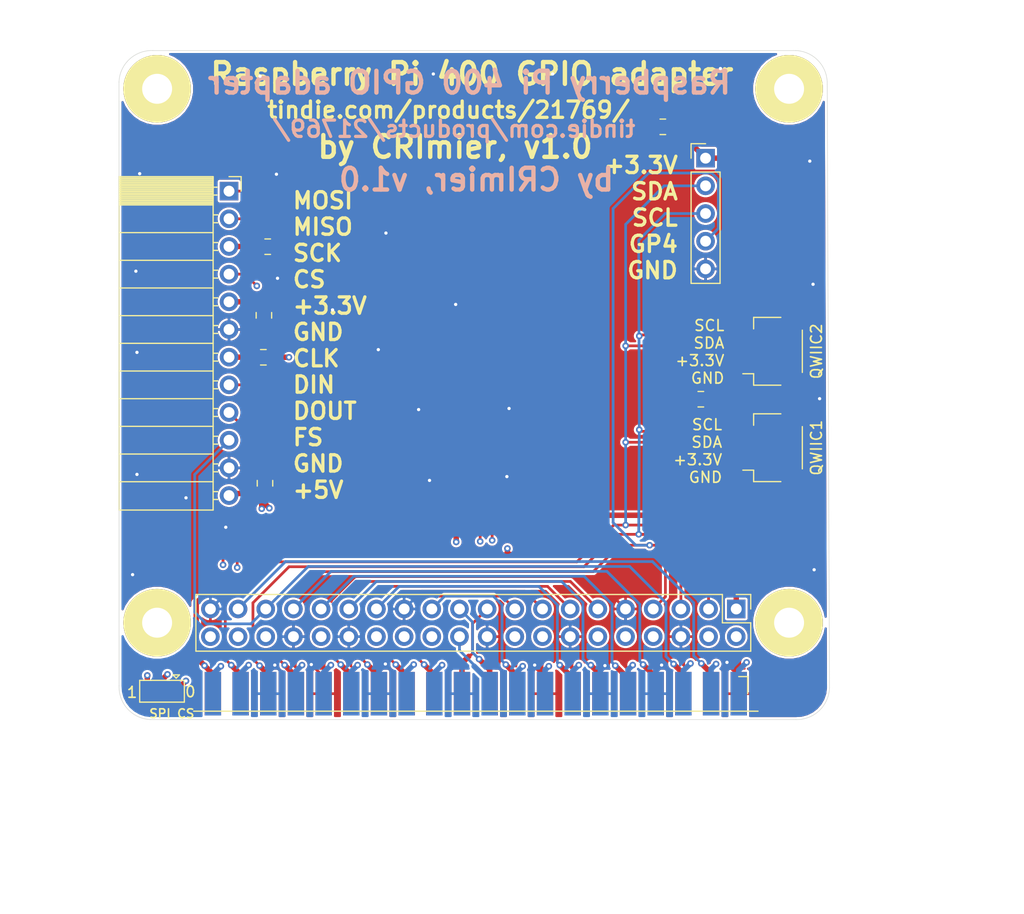
<source format=kicad_pcb>
(kicad_pcb (version 20171130) (host pcbnew 5.1.5+dfsg1-2build2)
  (layers (0 F.Cu signal) (1 In1.Cu signal) (2 In2.Cu signal) (31 B.Cu signal) (34 B.Paste user) (35 F.Paste user) (36 B.SilkS user) (37 F.SilkS user) (38 B.Mask user) (39 F.Mask user) (44 Edge.Cuts user))
  (net 0 "")
  (net 1 GND)
  (net 2 +3V3)
  (net 3 /SDA)
  (net 4 /SCL)
  (net 5 /GP4)
  (net 6 /PCM_DOUT)
  (net 7 /PCM_DIN)
  (net 8 "Net-(J2-Pad37)")
  (net 9 "Net-(J2-Pad36)")
  (net 10 /PCM_FS)
  (net 11 "Net-(J2-Pad33)")
  (net 12 "Net-(J2-Pad32)")
  (net 13 "Net-(J2-Pad31)")
  (net 14 "Net-(J2-Pad29)")
  (net 15 "Net-(J2-Pad28)")
  (net 16 "Net-(J2-Pad27)")
  (net 17 /CS1)
  (net 18 /CS0)
  (net 19 /SCK)
  (net 20 "Net-(J2-Pad22)")
  (net 21 /MISO)
  (net 22 /MOSI)
  (net 23 /PCM_CLK)
  (net 24 "Net-(J2-Pad16)")
  (net 25 "Net-(J2-Pad15)")
  (net 26 "Net-(J2-Pad13)")
  (net 27 "Net-(J2-Pad12)")
  (net 28 "Net-(J2-Pad11)")
  (net 29 "Net-(J2-Pad10)")
  (net 30 "Net-(J2-Pad8)")
  (net 31 +5V)
  (net 32 /CS)
  (net 33 "Net-(J3-Pad7)")
  (net 34 "Net-(J3-Pad3)")
  (module Resistor_SMD:R_0805_2012Metric (layer F.Cu) (at 143.55 93.75 180)
    (fp_text reference R2 hide)
    (fp_text value 47R)
    (pad 2 smd roundrect (at 0.9375 0 180) (size 0.975 1.4) (layers F.Cu F.Paste F.Mask) (net 33 "Net-(J3-Pad7)"))
    (pad 1 smd roundrect (at -0.9375 0 180) (size 0.975 1.4) (layers F.Cu F.Paste F.Mask) (net 23 /PCM_CLK))
  )
  (module Resistor_SMD:R_0805_2012Metric (layer F.Cu) (at 143.95 83.6 180)
    (fp_text reference R1 hide)
    (fp_text value 47R)
    (pad 2 smd roundrect (at 0.9375 0 180) (size 0.975 1.4) (layers F.Cu F.Paste F.Mask) (net 34 "Net-(J3-Pad3)"))
    (pad 1 smd roundrect (at -0.9375 0 180) (size 0.975 1.4) (layers F.Cu F.Paste F.Mask) (net 19 /SCK))
  )
  (module p:RASPBERRY_PI_HAT (layer F.Cu) (at 162.8 118.11 180)
    (fp_text reference J5 hide)
    (fp_text value Raspberry_Pi_2_3 hide)
    (pad "" np_thru_hole circle (at 29 49 180) (size 6.2 6.2) (drill 2.75) (layers *.Cu *.Mask F.SilkS))
    (pad "" np_thru_hole circle (at -29 49 180) (size 6.2 6.2) (drill 2.75) (layers *.Cu *.Mask F.SilkS))
    (pad "" np_thru_hole circle (at -29 0 180) (size 6.2 6.2) (drill 2.75) (layers *.Cu *.Mask F.SilkS))
    (pad "" np_thru_hole circle (at 29 0 180) (size 6.2 6.2) (drill 2.75) (layers *.Cu *.Mask F.SilkS))
  )
  (module pi_400_gpio_breakout:Side_2x20_Connector_SMD (layer F.Cu) (at 163.05 130.15 270)
    (fp_text reference J5 hide)
    (fp_text value RPI_IN)
    (pad 40 smd rect (at -5.525 -24.13 270) (size 4 1.5) (layers B.Cu B.Paste B.Mask) (net 6 /PCM_DOUT))
    (pad 38 smd rect (at -5.525 -21.59 270) (size 4 1.5) (layers B.Cu B.Paste B.Mask) (net 7 /PCM_DIN))
    (pad 36 smd rect (at -5.525 -19.05 270) (size 4 1.5) (layers B.Cu B.Paste B.Mask) (net 9 "Net-(J2-Pad36)"))
    (pad 34 smd rect (at -5.525 -16.51 270) (size 4 1.5) (layers B.Cu B.Paste B.Mask) (net 1 GND))
    (pad 32 smd rect (at -5.525 -13.97 270) (size 4 1.5) (layers B.Cu B.Paste B.Mask) (net 12 "Net-(J2-Pad32)"))
    (pad 30 smd rect (at -5.525 -11.43 270) (size 4 1.5) (layers B.Cu B.Paste B.Mask) (net 1 GND))
    (pad 28 smd rect (at -5.525 -8.89 270) (size 4 1.5) (layers B.Cu B.Paste B.Mask) (net 15 "Net-(J2-Pad28)"))
    (pad 26 smd rect (at -5.525 -6.35 270) (size 4 1.5) (layers B.Cu B.Paste B.Mask) (net 17 /CS1))
    (pad 24 smd rect (at -5.525 -3.81 270) (size 4 1.5) (layers B.Cu B.Paste B.Mask) (net 18 /CS0))
    (pad 22 smd rect (at -5.525 -1.27 270) (size 4 1.5) (layers B.Cu B.Paste B.Mask) (net 20 "Net-(J2-Pad22)"))
    (pad 20 smd rect (at -5.525 1.27 270) (size 4 1.5) (layers B.Cu B.Paste B.Mask) (net 1 GND))
    (pad 18 smd rect (at -5.525 3.81 270) (size 4 1.5) (layers B.Cu B.Paste B.Mask) (net 23 /PCM_CLK))
    (pad 16 smd rect (at -5.525 6.35 270) (size 4 1.5) (layers B.Cu B.Paste B.Mask) (net 24 "Net-(J2-Pad16)"))
    (pad 14 smd rect (at -5.525 8.89 270) (size 4 1.5) (layers B.Cu B.Paste B.Mask) (net 1 GND))
    (pad 12 smd rect (at -5.525 11.43 270) (size 4 1.5) (layers B.Cu B.Paste B.Mask) (net 27 "Net-(J2-Pad12)"))
    (pad 10 smd rect (at -5.525 13.97 270) (size 4 1.5) (layers B.Cu B.Paste B.Mask) (net 29 "Net-(J2-Pad10)"))
    (pad 8 smd rect (at -5.525 16.51 270) (size 4 1.5) (layers B.Cu B.Paste B.Mask) (net 30 "Net-(J2-Pad8)"))
    (pad 6 smd rect (at -5.525 19.05 270) (size 4 1.5) (layers B.Cu B.Paste B.Mask) (net 1 GND))
    (pad 4 smd rect (at -5.525 21.59 270) (size 4 1.5) (layers B.Cu B.Paste B.Mask) (net 31 +5V))
    (pad 2 smd rect (at -5.525 24.13 270) (size 4 1.5) (layers B.Cu B.Paste B.Mask) (net 31 +5V))
    (pad 39 smd rect (at -5.525 -24.13 270) (size 4 1.5) (layers F.Cu F.Paste F.Mask) (net 1 GND))
    (pad 37 smd rect (at -5.525 -21.59 270) (size 4 1.5) (layers F.Cu F.Paste F.Mask) (net 8 "Net-(J2-Pad37)"))
    (pad 35 smd rect (at -5.525 -19.05 270) (size 4 1.5) (layers F.Cu F.Paste F.Mask) (net 10 /PCM_FS))
    (pad 33 smd rect (at -5.525 -16.51 270) (size 4 1.5) (layers F.Cu F.Paste F.Mask) (net 11 "Net-(J2-Pad33)"))
    (pad 31 smd rect (at -5.525 -13.97 270) (size 4 1.5) (layers F.Cu F.Paste F.Mask) (net 13 "Net-(J2-Pad31)"))
    (pad 29 smd rect (at -5.525 -11.43 270) (size 4 1.5) (layers F.Cu F.Paste F.Mask) (net 14 "Net-(J2-Pad29)"))
    (pad 27 smd rect (at -5.525 -8.89 270) (size 4 1.5) (layers F.Cu F.Paste F.Mask) (net 16 "Net-(J2-Pad27)"))
    (pad 25 smd rect (at -5.525 -6.35 270) (size 4 1.5) (layers F.Cu F.Paste F.Mask) (net 1 GND))
    (pad 23 smd rect (at -5.525 -3.81 270) (size 4 1.5) (layers F.Cu F.Paste F.Mask) (net 19 /SCK))
    (pad 21 smd rect (at -5.525 -1.27 270) (size 4 1.5) (layers F.Cu F.Paste F.Mask) (net 21 /MISO))
    (pad 19 smd rect (at -5.525 1.27 270) (size 4 1.5) (layers F.Cu F.Paste F.Mask) (net 22 /MOSI))
    (pad 17 smd rect (at -5.525 3.81 270) (size 4 1.5) (layers F.Cu F.Paste F.Mask) (net 2 +3V3))
    (pad 15 smd rect (at -5.525 6.35 270) (size 4 1.5) (layers F.Cu F.Paste F.Mask) (net 25 "Net-(J2-Pad15)"))
    (pad 13 smd rect (at -5.525 8.89 270) (size 4 1.5) (layers F.Cu F.Paste F.Mask) (net 26 "Net-(J2-Pad13)"))
    (pad 11 smd rect (at -5.525 11.43 270) (size 4 1.5) (layers F.Cu F.Paste F.Mask) (net 28 "Net-(J2-Pad11)"))
    (pad 9 smd rect (at -5.525 13.97 270) (size 4 1.5) (layers F.Cu F.Paste F.Mask) (net 1 GND))
    (pad 7 smd rect (at -5.525 16.51 270) (size 4 1.5) (layers F.Cu F.Paste F.Mask) (net 5 /GP4))
    (pad 5 smd rect (at -5.525 19.05 270) (size 4 1.5) (layers F.Cu F.Paste F.Mask) (net 4 /SCL))
    (pad 3 smd rect (at -5.525 21.59 270) (size 4 1.5) (layers F.Cu F.Paste F.Mask) (net 3 /SDA))
    (pad 1 smd rect (at -5.525 24.13 270) (size 4 1.5) (layers F.Cu F.Paste F.Mask) (net 2 +3V3))
  )
  (module Capacitor_SMD:C_0805_2012Metric (layer F.Cu) (at 143.7 105.3125 90)
    (fp_text reference C4 hide)
    (fp_text value 100nF)
    (pad 2 smd roundrect (at 0.9375 0 90) (size 0.975 1.4) (layers F.Cu F.Paste F.Mask) (net 1 GND))
    (pad 1 smd roundrect (at -0.9375 0 90) (size 0.975 1.4) (layers F.Cu F.Paste F.Mask) (net 31 +5V))
  )
  (module Capacitor_SMD:C_0805_2012Metric (layer F.Cu) (at 183.7 97.6 180)
    (fp_text reference C3 hide)
    (fp_text value 100nF)
    (pad 2 smd roundrect (at 0.9375 0 180) (size 0.975 1.4) (layers F.Cu F.Paste F.Mask) (net 1 GND))
    (pad 1 smd roundrect (at -0.9375 0 180) (size 0.975 1.4) (layers F.Cu F.Paste F.Mask) (net 2 +3V3))
  )
  (module Capacitor_SMD:C_0805_2012Metric (layer F.Cu) (at 180.2125 72.6 180)
    (fp_text reference C2 hide)
    (fp_text value 100nF)
    (pad 2 smd roundrect (at 0.9375 0 180) (size 0.975 1.4) (layers F.Cu F.Paste F.Mask) (net 1 GND))
    (pad 1 smd roundrect (at -0.9375 0 180) (size 0.975 1.4) (layers F.Cu F.Paste F.Mask) (net 2 +3V3))
  )
  (module Capacitor_SMD:C_0805_2012Metric (layer F.Cu) (at 143.6 89.9 270)
    (fp_text reference C1 hide)
    (fp_text value 100nF)
    (pad 2 smd roundrect (at 0.9375 0 270) (size 0.975 1.4) (layers F.Cu F.Paste F.Mask) (net 1 GND))
    (pad 1 smd roundrect (at -0.9375 0 270) (size 0.975 1.4) (layers F.Cu F.Paste F.Mask) (net 2 +3V3))
  )
  (module Jumper:SolderJumper-3_P1.3mm_Open_Pad1.0x1.5mm (layer F.Cu) (at 134.25 124.4 180)
    (fp_text reference JP1 hide)
    (fp_text value "SPI CS" (at -0.9 -2.05) (layer F.SilkS) (effects (font (size 0.8 0.8))))
    (pad 1 smd rect (at -1.3 0 180) (size 1 1.5) (layers F.Cu F.Mask) (net 18 /CS0))
    (pad 2 smd rect (at 0 0 180) (size 1 1.5) (layers F.Cu F.Mask) (net 32 /CS))
    (pad 3 smd rect (at 1.3 0 180) (size 1 1.5) (layers F.Cu F.Mask) (net 17 /CS1))
  )
  (module Connector_JST:JST_SH_SM04B-SRSS-TB_1x04-1MP_P1.00mm_Horizontal (layer F.Cu) (at 190.33 93.2 90)
    (fp_text reference J6 hide)
    (fp_text value QWIIC2 (at 0 3.98 90) (layer F.SilkS))
    (pad MP smd roundrect (at 2.8 1.875 90) (size 1.2 1.8) (layers F.Cu F.Paste F.Mask) (roundrect_rratio 0.208333) (net 1 GND))
    (pad MP smd roundrect (at -2.8 1.875 90) (size 1.2 1.8) (layers F.Cu F.Paste F.Mask) (roundrect_rratio 0.208333) (net 1 GND))
    (pad 4 smd roundrect (at 1.5 -2 90) (size 0.6 1.55) (layers F.Cu F.Paste F.Mask) (net 4 /SCL))
    (pad 3 smd roundrect (at 0.5 -2 90) (size 0.6 1.55) (layers F.Cu F.Paste F.Mask) (net 3 /SDA))
    (pad 2 smd roundrect (at -0.5 -2 90) (size 0.6 1.55) (layers F.Cu F.Paste F.Mask) (net 2 +3V3))
    (pad 1 smd roundrect (at -1.5 -2 90) (size 0.6 1.55) (layers F.Cu F.Paste F.Mask) (net 1 GND))
  )
  (module Connector_JST:JST_SH_SM04B-SRSS-TB_1x04-1MP_P1.00mm_Horizontal (layer F.Cu) (at 190.33 102.05 90)
    (fp_text reference J4 hide)
    (fp_text value QWIIC1 (at 0 3.98 90) (layer F.SilkS))
    (pad MP smd roundrect (at 2.8 1.875 90) (size 1.2 1.8) (layers F.Cu F.Paste F.Mask) (roundrect_rratio 0.208333) (net 1 GND))
    (pad MP smd roundrect (at -2.8 1.875 90) (size 1.2 1.8) (layers F.Cu F.Paste F.Mask) (roundrect_rratio 0.208333) (net 1 GND))
    (pad 4 smd roundrect (at 1.5 -2 90) (size 0.6 1.55) (layers F.Cu F.Paste F.Mask) (net 4 /SCL))
    (pad 3 smd roundrect (at 0.5 -2 90) (size 0.6 1.55) (layers F.Cu F.Paste F.Mask) (net 3 /SDA))
    (pad 2 smd roundrect (at -0.5 -2 90) (size 0.6 1.55) (layers F.Cu F.Paste F.Mask) (net 2 +3V3))
    (pad 1 smd roundrect (at -1.5 -2 90) (size 0.6 1.55) (layers F.Cu F.Paste F.Mask) (net 1 GND))
  )
  (module Connector_PinSocket_2.54mm:PinSocket_1x12_P2.54mm_Horizontal (layer F.Cu) (at 140.4 78.5)
    (fp_text reference J3 hide)
    (fp_text value SPI_I2S)
    (pad 12 thru_hole oval (at 0 27.94) (size 1.7 1.7) (drill 1) (layers *.Cu *.Mask) (net 31 +5V))
    (pad 11 thru_hole oval (at 0 25.4) (size 1.7 1.7) (drill 1) (layers *.Cu *.Mask) (net 1 GND))
    (pad 10 thru_hole oval (at 0 22.86) (size 1.7 1.7) (drill 1) (layers *.Cu *.Mask) (net 10 /PCM_FS))
    (pad 9 thru_hole oval (at 0 20.32) (size 1.7 1.7) (drill 1) (layers *.Cu *.Mask) (net 6 /PCM_DOUT))
    (pad 8 thru_hole oval (at 0 17.78) (size 1.7 1.7) (drill 1) (layers *.Cu *.Mask) (net 7 /PCM_DIN))
    (pad 7 thru_hole oval (at 0 15.24) (size 1.7 1.7) (drill 1) (layers *.Cu *.Mask) (net 33 "Net-(J3-Pad7)"))
    (pad 6 thru_hole oval (at 0 12.7) (size 1.7 1.7) (drill 1) (layers *.Cu *.Mask) (net 1 GND))
    (pad 5 thru_hole oval (at 0 10.16) (size 1.7 1.7) (drill 1) (layers *.Cu *.Mask) (net 2 +3V3))
    (pad 4 thru_hole oval (at 0 7.62) (size 1.7 1.7) (drill 1) (layers *.Cu *.Mask) (net 32 /CS))
    (pad 3 thru_hole oval (at 0 5.08) (size 1.7 1.7) (drill 1) (layers *.Cu *.Mask) (net 34 "Net-(J3-Pad3)"))
    (pad 2 thru_hole oval (at 0 2.54) (size 1.7 1.7) (drill 1) (layers *.Cu *.Mask) (net 21 /MISO))
    (pad 1 thru_hole rect (at 0 0) (size 1.7 1.7) (drill 1) (layers *.Cu *.Mask) (net 22 /MOSI))
  )
  (module Connector_PinHeader_2.54mm:PinHeader_2x20_P2.54mm_Vertical (layer F.Cu) (at 186.95 116.85 270)
    (fp_text reference J2 (at 1.27 -2.33 90) (layer F.SilkS))
    (fp_text value RPI_IN)
    (pad 40 thru_hole oval (at 2.54 48.26 270) (size 1.7 1.7) (drill 1) (layers *.Cu *.Mask) (net 6 /PCM_DOUT))
    (pad 39 thru_hole oval (at 0 48.26 270) (size 1.7 1.7) (drill 1) (layers *.Cu *.Mask) (net 1 GND))
    (pad 38 thru_hole oval (at 2.54 45.72 270) (size 1.7 1.7) (drill 1) (layers *.Cu *.Mask) (net 7 /PCM_DIN))
    (pad 37 thru_hole oval (at 0 45.72 270) (size 1.7 1.7) (drill 1) (layers *.Cu *.Mask) (net 8 "Net-(J2-Pad37)"))
    (pad 36 thru_hole oval (at 2.54 43.18 270) (size 1.7 1.7) (drill 1) (layers *.Cu *.Mask) (net 9 "Net-(J2-Pad36)"))
    (pad 35 thru_hole oval (at 0 43.18 270) (size 1.7 1.7) (drill 1) (layers *.Cu *.Mask) (net 10 /PCM_FS))
    (pad 34 thru_hole oval (at 2.54 40.64 270) (size 1.7 1.7) (drill 1) (layers *.Cu *.Mask) (net 1 GND))
    (pad 33 thru_hole oval (at 0 40.64 270) (size 1.7 1.7) (drill 1) (layers *.Cu *.Mask) (net 11 "Net-(J2-Pad33)"))
    (pad 32 thru_hole oval (at 2.54 38.1 270) (size 1.7 1.7) (drill 1) (layers *.Cu *.Mask) (net 12 "Net-(J2-Pad32)"))
    (pad 31 thru_hole oval (at 0 38.1 270) (size 1.7 1.7) (drill 1) (layers *.Cu *.Mask) (net 13 "Net-(J2-Pad31)"))
    (pad 30 thru_hole oval (at 2.54 35.56 270) (size 1.7 1.7) (drill 1) (layers *.Cu *.Mask) (net 1 GND))
    (pad 29 thru_hole oval (at 0 35.56 270) (size 1.7 1.7) (drill 1) (layers *.Cu *.Mask) (net 14 "Net-(J2-Pad29)"))
    (pad 28 thru_hole oval (at 2.54 33.02 270) (size 1.7 1.7) (drill 1) (layers *.Cu *.Mask) (net 15 "Net-(J2-Pad28)"))
    (pad 27 thru_hole oval (at 0 33.02 270) (size 1.7 1.7) (drill 1) (layers *.Cu *.Mask) (net 16 "Net-(J2-Pad27)"))
    (pad 26 thru_hole oval (at 2.54 30.48 270) (size 1.7 1.7) (drill 1) (layers *.Cu *.Mask) (net 17 /CS1))
    (pad 25 thru_hole oval (at 0 30.48 270) (size 1.7 1.7) (drill 1) (layers *.Cu *.Mask) (net 1 GND))
    (pad 24 thru_hole oval (at 2.54 27.94 270) (size 1.7 1.7) (drill 1) (layers *.Cu *.Mask) (net 18 /CS0))
    (pad 23 thru_hole oval (at 0 27.94 270) (size 1.7 1.7) (drill 1) (layers *.Cu *.Mask) (net 19 /SCK))
    (pad 22 thru_hole oval (at 2.54 25.4 270) (size 1.7 1.7) (drill 1) (layers *.Cu *.Mask) (net 20 "Net-(J2-Pad22)"))
    (pad 21 thru_hole oval (at 0 25.4 270) (size 1.7 1.7) (drill 1) (layers *.Cu *.Mask) (net 21 /MISO))
    (pad 20 thru_hole oval (at 2.54 22.86 270) (size 1.7 1.7) (drill 1) (layers *.Cu *.Mask) (net 1 GND))
    (pad 19 thru_hole oval (at 0 22.86 270) (size 1.7 1.7) (drill 1) (layers *.Cu *.Mask) (net 22 /MOSI))
    (pad 18 thru_hole oval (at 2.54 20.32 270) (size 1.7 1.7) (drill 1) (layers *.Cu *.Mask) (net 23 /PCM_CLK))
    (pad 17 thru_hole oval (at 0 20.32 270) (size 1.7 1.7) (drill 1) (layers *.Cu *.Mask) (net 2 +3V3))
    (pad 16 thru_hole oval (at 2.54 17.78 270) (size 1.7 1.7) (drill 1) (layers *.Cu *.Mask) (net 24 "Net-(J2-Pad16)"))
    (pad 15 thru_hole oval (at 0 17.78 270) (size 1.7 1.7) (drill 1) (layers *.Cu *.Mask) (net 25 "Net-(J2-Pad15)"))
    (pad 14 thru_hole oval (at 2.54 15.24 270) (size 1.7 1.7) (drill 1) (layers *.Cu *.Mask) (net 1 GND))
    (pad 13 thru_hole oval (at 0 15.24 270) (size 1.7 1.7) (drill 1) (layers *.Cu *.Mask) (net 26 "Net-(J2-Pad13)"))
    (pad 12 thru_hole oval (at 2.54 12.7 270) (size 1.7 1.7) (drill 1) (layers *.Cu *.Mask) (net 27 "Net-(J2-Pad12)"))
    (pad 11 thru_hole oval (at 0 12.7 270) (size 1.7 1.7) (drill 1) (layers *.Cu *.Mask) (net 28 "Net-(J2-Pad11)"))
    (pad 10 thru_hole oval (at 2.54 10.16 270) (size 1.7 1.7) (drill 1) (layers *.Cu *.Mask) (net 29 "Net-(J2-Pad10)"))
    (pad 9 thru_hole oval (at 0 10.16 270) (size 1.7 1.7) (drill 1) (layers *.Cu *.Mask) (net 1 GND))
    (pad 8 thru_hole oval (at 2.54 7.62 270) (size 1.7 1.7) (drill 1) (layers *.Cu *.Mask) (net 30 "Net-(J2-Pad8)"))
    (pad 7 thru_hole oval (at 0 7.62 270) (size 1.7 1.7) (drill 1) (layers *.Cu *.Mask) (net 5 /GP4))
    (pad 6 thru_hole oval (at 2.54 5.08 270) (size 1.7 1.7) (drill 1) (layers *.Cu *.Mask) (net 1 GND))
    (pad 5 thru_hole oval (at 0 5.08 270) (size 1.7 1.7) (drill 1) (layers *.Cu *.Mask) (net 4 /SCL))
    (pad 4 thru_hole oval (at 2.54 2.54 270) (size 1.7 1.7) (drill 1) (layers *.Cu *.Mask) (net 31 +5V))
    (pad 3 thru_hole oval (at 0 2.54 270) (size 1.7 1.7) (drill 1) (layers *.Cu *.Mask) (net 3 /SDA))
    (pad 2 thru_hole oval (at 2.54 0 270) (size 1.7 1.7) (drill 1) (layers *.Cu *.Mask) (net 31 +5V))
    (pad 1 thru_hole rect (at 0 0 270) (size 1.7 1.7) (drill 1) (layers *.Cu *.Mask) (net 2 +3V3))
  )
  (module Connector_PinHeader_2.54mm:PinHeader_1x05_P2.54mm_Vertical (layer F.Cu) (at 184.1355 75.477)
    (fp_text reference J1 hide)
    (fp_text value I2C)
    (pad 1 thru_hole rect (at 0 0) (size 1.7 1.7) (drill 1) (layers *.Cu *.Mask) (net 2 +3V3))
    (pad 2 thru_hole oval (at 0 2.54) (size 1.7 1.7) (drill 1) (layers *.Cu *.Mask) (net 3 /SDA))
    (pad 3 thru_hole oval (at 0 5.08) (size 1.7 1.7) (drill 1) (layers *.Cu *.Mask) (net 4 /SCL))
    (pad 4 thru_hole oval (at 0 7.62) (size 1.7 1.7) (drill 1) (layers *.Cu *.Mask) (net 5 /GP4))
    (pad 5 thru_hole oval (at 0 10.16) (size 1.7 1.7) (drill 1) (layers *.Cu *.Mask) (net 1 GND))
  )
  (gr_text tindie.com/products/21769/ (at 161.05 72.8) (layer B.SilkS) (effects (font (size 1.5 1.5) (thickness 0.3)) (justify mirror)))
  (gr_text tindie.com/products/21769/ (at 160.55 71.05) (layer F.SilkS) (effects (font (size 1.5 1.5) (thickness 0.3))))
  (gr_text "Raspberry Pi 400 GPIO adapter" (at 162.45 68.55) (layer B.SilkS) (effects (font (size 2 2) (thickness 0.4)) (justify mirror)))
  (gr_text 0 (at 136.85 124.45) (layer F.SilkS) (effects (font (size 1 1))))
  (gr_text 1 (at 131.5 124.5) (layer F.SilkS) (effects (font (size 1 1))))
  (gr_text "SCL\nSDA\n+3.3V\nGND" (at 185.75 102.35) (layer F.SilkS) (effects (font (size 1 1)) (justify right)))
  (gr_text "SCL\nSDA\n+3.3V\nGND" (at 185.95 93.25) (layer F.SilkS) (effects (font (size 1 1)) (justify right)))
  (gr_text "Raspberry Pi 400 GPIO adapter" (at 162.7 67.75) (layer F.SilkS) (effects (font (size 2 2) (thickness 0.4))))
  (gr_text "MOSI\nMISO\nSCK\nCS\n+3.3V\nGND\nCLK\nDIN\nDOUT\nFS\nGND\n+5V" (at 146.1 92.65) (layer F.SilkS) (effects (font (size 1.5 1.5) (thickness 0.3)) (justify left)))
  (gr_arc (start 192.507135 124.000001) (end 192.407134 127) (angle -89.86378341) (layer Edge.Cuts) (width 0.05))
  (gr_arc (start 192.300001 68.599999) (end 195.3 68.7) (angle -89.86378341) (layer Edge.Cuts) (width 0.05))
  (gr_text "+3.3V\nSDA\nSCL\nGP4\nGND" (at 181.75 80.95) (layer F.SilkS) (effects (font (size 1.5 1.5) (thickness 0.3)) (justify right)))
  (gr_text "by CRImier, v1.0" (at 163.1 77.45) (layer B.SilkS) (effects (font (size 2 2) (thickness 0.4)) (justify mirror)))
  (gr_text "by CRImier, v1.0" (at 161.15 74.45) (layer F.SilkS) (effects (font (size 2 2) (thickness 0.4))))
  (gr_line (start 130.307134 123.9) (end 130.300246 68.492867) (layer Edge.Cuts) (width 0.05))
  (gr_line (start 192.407134 127) (end 133.2 127) (layer Edge.Cuts) (width 0.05))
  (gr_line (start 195.506888 124.107134) (end 195.3 68.7) (layer Edge.Cuts) (width 0.05))
  (gr_arc (start 133.307133 124.000001) (end 130.307134 123.9) (angle -89.86378341) (layer Edge.Cuts) (width 0.05))
  (gr_arc (start 133.299999 68.6) (end 133.4 65.600001) (angle -89.86378341) (layer Edge.Cuts) (width 0.05))
  (gr_line (start 133.400001 65.600001) (end 192.407134 65.600246) (layer Edge.Cuts) (width 0.05))
  (via (at 147.95 121.95) (size 0.6) (drill 0.3) (layers F.Cu B.Cu) (net 1))
  (segment (start 149.08 123.08) (end 147.95 121.95) (width 0.25) (layer F.Cu) (net 1))
  (segment (start 149.08 124.625) (end 149.08 123.08) (width 0.25) (layer F.Cu) (net 1))
  (via (at 168.45 122) (size 0.6) (drill 0.3) (layers F.Cu B.Cu) (net 1))
  (via (at 186.1 121.75) (size 0.6) (drill 0.3) (layers F.Cu B.Cu) (net 1))
  (via (at 144.6 122) (size 0.6) (drill 0.3) (layers F.Cu B.Cu) (net 1))
  (segment (start 144 122.6) (end 144.6 122) (width 0.5) (layer B.Cu) (net 1))
  (segment (start 144 124.625) (end 144 122.6) (width 0.5) (layer B.Cu) (net 1))
  (via (at 154.75 121.9) (size 0.6) (drill 0.3) (layers F.Cu B.Cu) (net 1))
  (segment (start 154.16 122.49) (end 154.75 121.9) (width 0.5) (layer B.Cu) (net 1))
  (segment (start 154.16 124.625) (end 154.16 122.49) (width 0.5) (layer B.Cu) (net 1))
  (via (at 180.1 122) (size 0.6) (drill 0.3) (layers F.Cu B.Cu) (net 1))
  (segment (start 179.56 122.54) (end 180.1 122) (width 0.5) (layer B.Cu) (net 1))
  (segment (start 179.56 124.625) (end 179.56 122.54) (width 0.5) (layer B.Cu) (net 1))
  (segment (start 169.4 122.95) (end 168.45 122) (width 0.5) (layer F.Cu) (net 1))
  (segment (start 169.4 124.625) (end 169.4 122.95) (width 0.5) (layer F.Cu) (net 1))
  (via (at 174.9 122.05) (size 0.6) (drill 0.3) (layers F.Cu B.Cu) (net 1))
  (segment (start 174.48 122.47) (end 174.9 122.05) (width 0.5) (layer B.Cu) (net 1))
  (segment (start 174.48 124.625) (end 174.48 122.47) (width 0.5) (layer B.Cu) (net 1))
  (segment (start 187.18 122.83) (end 186.1 121.75) (width 0.5) (layer F.Cu) (net 1))
  (segment (start 187.18 124.625) (end 187.18 122.83) (width 0.5) (layer F.Cu) (net 1))
  (segment (start 175.940001 116.000001) (end 176.79 116.85) (width 0.25) (layer F.Cu) (net 1))
  (segment (start 173.814961 113.874961) (end 175.940001 116.000001) (width 0.25) (layer F.Cu) (net 1))
  (segment (start 150.086037 113.874961) (end 173.814961 113.874961) (width 0.25) (layer F.Cu) (net 1))
  (segment (start 147.650001 116.310997) (end 150.086037 113.874961) (width 0.25) (layer F.Cu) (net 1))
  (segment (start 147.650001 121.650001) (end 147.650001 116.310997) (width 0.25) (layer F.Cu) (net 1))
  (segment (start 147.95 121.95) (end 147.650001 121.650001) (width 0.25) (layer F.Cu) (net 1))
  (segment (start 139.539999 116.000001) (end 138.69 116.85) (width 0.25) (layer B.Cu) (net 1))
  (segment (start 143.490039 112.049961) (end 139.539999 116.000001) (width 0.25) (layer B.Cu) (net 1))
  (segment (start 181.348963 112.049961) (end 143.490039 112.049961) (width 0.25) (layer B.Cu) (net 1))
  (segment (start 185.774999 116.475997) (end 181.348963 112.049961) (width 0.25) (layer B.Cu) (net 1))
  (segment (start 185.774999 121.424999) (end 185.774999 116.475997) (width 0.25) (layer B.Cu) (net 1))
  (segment (start 186.1 121.75) (end 185.774999 121.424999) (width 0.25) (layer B.Cu) (net 1))
  (via (at 131.55 113.7) (size 0.6) (drill 0.3) (layers F.Cu B.Cu) (net 1))
  (via (at 131.95 104.5) (size 0.6) (drill 0.3) (layers F.Cu B.Cu) (net 1))
  (via (at 131.95 93.3) (size 0.6) (drill 0.3) (layers F.Cu B.Cu) (net 1))
  (via (at 131.85 85.85) (size 0.6) (drill 0.3) (layers F.Cu B.Cu) (net 1))
  (via (at 132.2 76.9) (size 0.6) (drill 0.3) (layers F.Cu B.Cu) (net 1))
  (via (at 144.75 76.95) (size 0.6) (drill 0.3) (layers F.Cu B.Cu) (net 1))
  (via (at 154.8 82.35) (size 0.6) (drill 0.3) (layers F.Cu B.Cu) (net 1))
  (via (at 161.2 88.9) (size 0.6) (drill 0.3) (layers F.Cu B.Cu) (net 1))
  (via (at 166.1 98.45) (size 0.6) (drill 0.3) (layers F.Cu B.Cu) (net 1))
  (via (at 165.9 104.7) (size 0.6) (drill 0.3) (layers F.Cu B.Cu) (net 1))
  (via (at 158.8 105.05) (size 0.6) (drill 0.3) (layers F.Cu B.Cu) (net 1))
  (via (at 157.8 98.55) (size 0.6) (drill 0.3) (layers F.Cu B.Cu) (net 1))
  (via (at 154.1 93.05) (size 0.6) (drill 0.3) (layers F.Cu B.Cu) (net 1))
  (via (at 149.9 89.4) (size 0.6) (drill 0.3) (layers F.Cu B.Cu) (net 1))
  (via (at 144.85 86.5) (size 0.6) (drill 0.3) (layers F.Cu B.Cu) (net 1))
  (via (at 140.1 109.35) (size 0.6) (drill 0.3) (layers F.Cu B.Cu) (net 1))
  (via (at 136.45 106.65) (size 0.6) (drill 0.3) (layers F.Cu B.Cu) (net 1))
  (via (at 194.1 113.25) (size 0.6) (drill 0.3) (layers F.Cu B.Cu) (net 1))
  (via (at 194.6 97.55) (size 0.6) (drill 0.3) (layers F.Cu B.Cu) (net 1))
  (via (at 194 87.05) (size 0.6) (drill 0.3) (layers F.Cu B.Cu) (net 1))
  (via (at 193.7 75.75) (size 0.6) (drill 0.3) (layers F.Cu B.Cu) (net 1))
  (via (at 185.5 67.25) (size 0.6) (drill 0.3) (layers F.Cu B.Cu) (net 1))
  (via (at 170.1 67.75) (size 0.6) (drill 0.3) (layers F.Cu B.Cu) (net 1))
  (via (at 159.15 67.75) (size 0.6) (drill 0.3) (layers F.Cu B.Cu) (net 1))
  (via (at 143.25 67.95) (size 0.6) (drill 0.3) (layers F.Cu B.Cu) (net 1))
  (segment (start 167.805001 121.355001) (end 168.45 122) (width 0.25) (layer B.Cu) (net 1))
  (segment (start 166.743991 115.224989) (end 167.805001 116.285999) (width 0.25) (layer B.Cu) (net 1))
  (segment (start 167.805001 116.285999) (end 167.805001 121.355001) (width 0.25) (layer B.Cu) (net 1))
  (segment (start 158.095011 115.224989) (end 166.743991 115.224989) (width 0.25) (layer B.Cu) (net 1))
  (segment (start 156.47 116.85) (end 158.095011 115.224989) (width 0.25) (layer B.Cu) (net 1))
  (via (at 158.3 121.95) (size 0.6) (drill 0.3) (layers F.Cu B.Cu) (net 2))
  (via (at 138.15 122.05) (size 0.6) (drill 0.3) (layers F.Cu B.Cu) (net 2))
  (segment (start 138.92 122.82) (end 138.15 122.05) (width 0.5) (layer F.Cu) (net 2))
  (segment (start 138.92 124.625) (end 138.92 122.82) (width 0.5) (layer F.Cu) (net 2))
  (segment (start 159.24 122.89) (end 158.3 121.95) (width 0.5) (layer F.Cu) (net 2))
  (segment (start 159.24 124.625) (end 159.24 122.89) (width 0.5) (layer F.Cu) (net 2))
  (segment (start 165.780001 116.000001) (end 166.63 116.85) (width 0.25) (layer F.Cu) (net 2))
  (segment (start 165.454999 115.674999) (end 165.780001 116.000001) (width 0.25) (layer F.Cu) (net 2))
  (segment (start 158.445999 115.674999) (end 165.454999 115.674999) (width 0.25) (layer F.Cu) (net 2))
  (segment (start 157.834999 116.285999) (end 158.445999 115.674999) (width 0.25) (layer F.Cu) (net 2))
  (segment (start 157.834999 121.484999) (end 157.834999 116.285999) (width 0.25) (layer F.Cu) (net 2))
  (segment (start 158.3 121.95) (end 157.834999 121.484999) (width 0.25) (layer F.Cu) (net 2))
  (segment (start 186.95 114) (end 186.95 116.85) (width 0.5) (layer F.Cu) (net 2))
  (segment (start 181.2 108.25) (end 186.95 114) (width 0.5) (layer F.Cu) (net 2))
  (segment (start 188.33 102.55) (end 181.15 102.55) (width 0.5) (layer F.Cu) (net 2))
  (segment (start 179.95 103.75) (end 179.95 108.25) (width 0.5) (layer F.Cu) (net 2))
  (segment (start 181.15 102.55) (end 179.95 103.75) (width 0.5) (layer F.Cu) (net 2))
  (segment (start 179.95 108.25) (end 181.2 108.25) (width 0.5) (layer F.Cu) (net 2))
  (segment (start 189.105 102.55) (end 190.2 101.455) (width 0.5) (layer F.Cu) (net 2))
  (segment (start 188.33 102.55) (end 189.105 102.55) (width 0.5) (layer F.Cu) (net 2))
  (segment (start 185.677 75.477) (end 184.1355 75.477) (width 0.5) (layer F.Cu) (net 2))
  (segment (start 190.2 80) (end 185.677 75.477) (width 0.5) (layer F.Cu) (net 2))
  (segment (start 171.4 111.85) (end 175 108.25) (width 0.5) (layer F.Cu) (net 2))
  (segment (start 140.602812 114.925) (end 143.677812 111.85) (width 0.5) (layer F.Cu) (net 2))
  (segment (start 138.775 114.925) (end 140.602812 114.925) (width 0.5) (layer F.Cu) (net 2))
  (segment (start 137.389999 116.310001) (end 138.775 114.925) (width 0.5) (layer F.Cu) (net 2))
  (segment (start 175 108.25) (end 179.95 108.25) (width 0.5) (layer F.Cu) (net 2))
  (segment (start 137.389999 121.289999) (end 137.389999 116.310001) (width 0.5) (layer F.Cu) (net 2))
  (segment (start 138.15 122.05) (end 137.389999 121.289999) (width 0.5) (layer F.Cu) (net 2))
  (segment (start 190.1 97.6) (end 184.6375 97.6) (width 0.5) (layer F.Cu) (net 2))
  (segment (start 190.2 97.5) (end 190.1 97.6) (width 0.5) (layer F.Cu) (net 2))
  (segment (start 190.2 101.455) (end 190.2 97.5) (width 0.5) (layer F.Cu) (net 2))
  (via (at 165.95 111.3) (size 0.6) (drill 0.3) (layers F.Cu B.Cu) (net 2))
  (segment (start 165.95 111.3) (end 165.95 111.85) (width 0.5) (layer F.Cu) (net 2))
  (segment (start 165.95 111.85) (end 171.4 111.85) (width 0.5) (layer F.Cu) (net 2))
  (segment (start 181.2585 72.6) (end 184.1355 75.477) (width 0.5) (layer F.Cu) (net 2))
  (segment (start 181.15 72.6) (end 181.2585 72.6) (width 0.5) (layer F.Cu) (net 2))
  (segment (start 143.2975 88.66) (end 143.6 88.9625) (width 0.5) (layer F.Cu) (net 2))
  (segment (start 140.4 88.66) (end 143.2975 88.66) (width 0.5) (layer F.Cu) (net 2))
  (segment (start 143.677812 111.85) (end 150.2 111.85) (width 0.5) (layer F.Cu) (net 2))
  (segment (start 150.2 93.4) (end 150.2 111.85) (width 0.5) (layer F.Cu) (net 2))
  (segment (start 145.7625 88.9625) (end 150.2 93.4) (width 0.5) (layer F.Cu) (net 2))
  (segment (start 143.6 88.9625) (end 145.7625 88.9625) (width 0.5) (layer F.Cu) (net 2))
  (segment (start 165.9 111.9) (end 165.95 111.85) (width 0.5) (layer F.Cu) (net 2))
  (segment (start 150.25 111.9) (end 165.9 111.9) (width 0.5) (layer F.Cu) (net 2))
  (segment (start 150.2 111.85) (end 150.25 111.9) (width 0.5) (layer F.Cu) (net 2))
  (segment (start 190.05 93.7) (end 190.15 93.6) (width 0.5) (layer F.Cu) (net 2))
  (segment (start 188.33 93.7) (end 190.05 93.7) (width 0.5) (layer F.Cu) (net 2))
  (segment (start 190.15 93.6) (end 190.2 80) (width 0.5) (layer F.Cu) (net 2))
  (segment (start 190.2 97.5) (end 190.15 93.6) (width 0.5) (layer F.Cu) (net 2))
  (segment (start 141.46 124.625) (end 141.46 122.76) (width 0.25) (layer F.Cu) (net 3))
  (via (at 140.6 122) (size 0.6) (drill 0.3) (layers F.Cu B.Cu) (net 3))
  (segment (start 141.46 122.86) (end 140.6 122) (width 0.5) (layer F.Cu) (net 3))
  (segment (start 141.46 124.625) (end 141.46 122.86) (width 0.5) (layer F.Cu) (net 3))
  (segment (start 184.41 113.21) (end 184.41 116.85) (width 0.25) (layer F.Cu) (net 3))
  (segment (start 172.325067 112.524933) (end 175.7 109.15) (width 0.25) (layer F.Cu) (net 3))
  (segment (start 143.816065 112.524933) (end 172.325067 112.524933) (width 0.25) (layer F.Cu) (net 3))
  (segment (start 140.054999 116.285999) (end 143.816065 112.524933) (width 0.25) (layer F.Cu) (net 3))
  (segment (start 180.35 109.15) (end 184.41 113.21) (width 0.25) (layer F.Cu) (net 3))
  (segment (start 140.054999 121.454999) (end 140.054999 116.285999) (width 0.25) (layer F.Cu) (net 3))
  (segment (start 140.6 122) (end 140.054999 121.454999) (width 0.25) (layer F.Cu) (net 3))
  (via (at 176.8 109.15) (size 0.6) (drill 0.3) (layers F.Cu B.Cu) (net 3))
  (segment (start 177 109.15) (end 176.8 109.15) (width 0.25) (layer F.Cu) (net 3))
  (segment (start 175.7 109.15) (end 177 109.15) (width 0.25) (layer F.Cu) (net 3))
  (segment (start 177 109.15) (end 180.35 109.15) (width 0.25) (layer F.Cu) (net 3))
  (segment (start 180.333 78.017) (end 184.1355 78.017) (width 0.25) (layer B.Cu) (net 3))
  (segment (start 176.8 81.55) (end 180.333 78.017) (width 0.25) (layer B.Cu) (net 3))
  (via (at 176.8 101.55) (size 0.6) (drill 0.3) (layers F.Cu B.Cu) (net 3))
  (segment (start 188.33 101.55) (end 176.8 101.55) (width 0.25) (layer F.Cu) (net 3))
  (segment (start 176.8 109.15) (end 176.8 101.55) (width 0.25) (layer B.Cu) (net 3))
  (via (at 176.8 92.7) (size 0.6) (drill 0.3) (layers F.Cu B.Cu) (net 3))
  (segment (start 188.33 92.7) (end 176.8 92.7) (width 0.25) (layer F.Cu) (net 3))
  (segment (start 176.8 92.7) (end 176.8 81.55) (width 0.25) (layer B.Cu) (net 3))
  (segment (start 176.8 101.55) (end 176.8 92.7) (width 0.25) (layer B.Cu) (net 3))
  (via (at 143.2 122.05) (size 0.6) (drill 0.3) (layers F.Cu B.Cu) (net 4))
  (segment (start 144 122.85) (end 143.2 122.05) (width 0.5) (layer F.Cu) (net 4))
  (segment (start 144 124.625) (end 144 122.85) (width 0.5) (layer F.Cu) (net 4))
  (segment (start 179.85 110) (end 181.87 112.02) (width 0.25) (layer F.Cu) (net 4))
  (segment (start 172.975057 112.974943) (end 175.95 110) (width 0.25) (layer F.Cu) (net 4))
  (segment (start 145.906055 112.974943) (end 172.975057 112.974943) (width 0.25) (layer F.Cu) (net 4))
  (segment (start 181.87 112.02) (end 181.87 116.85) (width 0.25) (layer F.Cu) (net 4))
  (segment (start 142.594999 116.285999) (end 145.906055 112.974943) (width 0.25) (layer F.Cu) (net 4))
  (segment (start 142.594999 121.444999) (end 142.594999 116.285999) (width 0.25) (layer F.Cu) (net 4))
  (segment (start 143.2 122.05) (end 142.594999 121.444999) (width 0.25) (layer F.Cu) (net 4))
  (via (at 178 110) (size 0.6) (drill 0.3) (layers F.Cu B.Cu) (net 4))
  (segment (start 178.4 110) (end 178 110) (width 0.25) (layer F.Cu) (net 4))
  (segment (start 175.95 110) (end 178.4 110) (width 0.25) (layer F.Cu) (net 4))
  (segment (start 178.4 110) (end 179.85 110) (width 0.25) (layer F.Cu) (net 4))
  (segment (start 180.443 80.557) (end 184.1355 80.557) (width 0.25) (layer B.Cu) (net 4))
  (segment (start 178 83) (end 180.443 80.557) (width 0.25) (layer B.Cu) (net 4))
  (via (at 178.05 100.4) (size 0.6) (drill 0.3) (layers F.Cu B.Cu) (net 4))
  (segment (start 188.33 100.55) (end 178.2 100.55) (width 0.25) (layer F.Cu) (net 4))
  (segment (start 178.2 100.55) (end 178.05 100.4) (width 0.25) (layer F.Cu) (net 4))
  (segment (start 178 110) (end 178.05 100.4) (width 0.25) (layer B.Cu) (net 4))
  (via (at 178.05 91.8) (size 0.6) (drill 0.3) (layers F.Cu B.Cu) (net 4))
  (segment (start 178.025359 91.824641) (end 178.05 91.8) (width 0.25) (layer B.Cu) (net 4))
  (segment (start 178.05 100.4) (end 178.025359 91.824641) (width 0.25) (layer B.Cu) (net 4))
  (segment (start 178.025359 91.824641) (end 178 83) (width 0.25) (layer B.Cu) (net 4))
  (segment (start 178.15 91.7) (end 178.05 91.8) (width 0.25) (layer F.Cu) (net 4))
  (segment (start 188.33 91.7) (end 178.15 91.7) (width 0.25) (layer F.Cu) (net 4))
  (via (at 145.5 122) (size 0.6) (drill 0.3) (layers F.Cu B.Cu) (net 5))
  (segment (start 146.54 123.04) (end 145.5 122) (width 0.5) (layer F.Cu) (net 5))
  (segment (start 146.54 124.625) (end 146.54 123.04) (width 0.5) (layer F.Cu) (net 5))
  (segment (start 180.45 115.73) (end 179.33 116.85) (width 0.25) (layer F.Cu) (net 5))
  (segment (start 180.45 111.8) (end 180.45 115.73) (width 0.25) (layer F.Cu) (net 5))
  (segment (start 179.65 111) (end 180.45 111.8) (width 0.25) (layer F.Cu) (net 5))
  (segment (start 173.825048 113.424952) (end 176.25 111) (width 0.25) (layer F.Cu) (net 5))
  (segment (start 145.134999 121.634999) (end 145.134999 116.285999) (width 0.25) (layer F.Cu) (net 5))
  (segment (start 147.996046 113.424952) (end 173.825048 113.424952) (width 0.25) (layer F.Cu) (net 5))
  (segment (start 145.134999 116.285999) (end 147.996046 113.424952) (width 0.25) (layer F.Cu) (net 5))
  (segment (start 145.5 122) (end 145.134999 121.634999) (width 0.25) (layer F.Cu) (net 5))
  (via (at 179 111) (size 0.6) (drill 0.3) (layers F.Cu B.Cu) (net 5))
  (segment (start 178.95 111) (end 179 111) (width 0.25) (layer F.Cu) (net 5))
  (segment (start 176.25 111) (end 178.95 111) (width 0.25) (layer F.Cu) (net 5))
  (segment (start 178.95 111) (end 179.65 111) (width 0.25) (layer F.Cu) (net 5))
  (segment (start 177.724998 111) (end 175.65 108.925002) (width 0.25) (layer B.Cu) (net 5))
  (segment (start 179 111) (end 177.724998 111) (width 0.25) (layer B.Cu) (net 5))
  (segment (start 175.65 108.925002) (end 175.65 80.1) (width 0.25) (layer B.Cu) (net 5))
  (segment (start 185.310501 77.452999) (end 185.310501 81.921999) (width 0.25) (layer B.Cu) (net 5))
  (segment (start 184.699501 76.841999) (end 185.310501 77.452999) (width 0.25) (layer B.Cu) (net 5))
  (segment (start 178.908001 76.841999) (end 184.699501 76.841999) (width 0.25) (layer B.Cu) (net 5))
  (segment (start 184.985499 82.247001) (end 184.1355 83.097) (width 0.25) (layer B.Cu) (net 5))
  (segment (start 185.310501 81.921999) (end 184.985499 82.247001) (width 0.25) (layer B.Cu) (net 5))
  (segment (start 175.65 80.1) (end 178.908001 76.841999) (width 0.25) (layer B.Cu) (net 5))
  (segment (start 187.18 122.47) (end 187.9 121.75) (width 0.5) (layer B.Cu) (net 6))
  (via (at 187.9 121.75) (size 0.6) (drill 0.3) (layers F.Cu B.Cu) (net 6))
  (segment (start 187.18 124.625) (end 187.18 122.47) (width 0.5) (layer B.Cu) (net 6))
  (segment (start 145 108.45) (end 143.05 108.45) (width 0.25) (layer F.Cu) (net 6))
  (via (at 139.85 112.8) (size 0.6) (drill 0.3) (layers F.Cu B.Cu) (net 6))
  (segment (start 139.85 111.65) (end 139.85 112.375736) (width 0.25) (layer F.Cu) (net 6))
  (segment (start 139.85 112.375736) (end 139.85 112.8) (width 0.25) (layer F.Cu) (net 6))
  (segment (start 145.9 104.32) (end 145.9 107.55) (width 0.25) (layer F.Cu) (net 6))
  (segment (start 145.9 107.55) (end 145 108.45) (width 0.25) (layer F.Cu) (net 6))
  (segment (start 140.4 98.82) (end 145.9 104.32) (width 0.25) (layer F.Cu) (net 6))
  (segment (start 143.05 108.45) (end 139.85 111.65) (width 0.25) (layer F.Cu) (net 6))
  (via (at 185.1 121.9) (size 0.6) (drill 0.3) (layers F.Cu B.Cu) (net 7))
  (segment (start 184.64 122.36) (end 185.1 121.9) (width 0.5) (layer B.Cu) (net 7))
  (segment (start 184.64 124.625) (end 184.64 122.36) (width 0.5) (layer B.Cu) (net 7))
  (via (at 141.15 113.05) (size 0.6) (drill 0.3) (layers F.Cu B.Cu) (net 7))
  (segment (start 141.15 113.05) (end 141.15 111.6) (width 0.25) (layer F.Cu) (net 7))
  (segment (start 141.15 111.6) (end 143.25 109.5) (width 0.25) (layer F.Cu) (net 7))
  (segment (start 143.25 109.5) (end 145.7 109.5) (width 0.25) (layer F.Cu) (net 7))
  (segment (start 145.7 109.5) (end 146.9 108.3) (width 0.25) (layer F.Cu) (net 7))
  (segment (start 146.9 108.3) (end 146.9 99.45) (width 0.25) (layer F.Cu) (net 7))
  (segment (start 143.73 96.28) (end 140.4 96.28) (width 0.25) (layer F.Cu) (net 7))
  (segment (start 146.9 99.45) (end 143.73 96.28) (width 0.25) (layer F.Cu) (net 7))
  (via (at 183.75 121.85) (size 0.6) (drill 0.3) (layers F.Cu B.Cu) (net 8))
  (segment (start 184.64 122.74) (end 183.75 121.85) (width 0.5) (layer F.Cu) (net 8))
  (segment (start 184.64 124.625) (end 184.64 122.74) (width 0.5) (layer F.Cu) (net 8))
  (segment (start 183.045001 116.285999) (end 179.258972 112.49997) (width 0.25) (layer B.Cu) (net 8))
  (segment (start 183.045001 121.145001) (end 183.045001 116.285999) (width 0.25) (layer B.Cu) (net 8))
  (segment (start 183.75 121.85) (end 183.045001 121.145001) (width 0.25) (layer B.Cu) (net 8))
  (segment (start 145.58003 112.49997) (end 141.23 116.85) (width 0.25) (layer B.Cu) (net 8))
  (segment (start 179.258972 112.49997) (end 145.58003 112.49997) (width 0.25) (layer B.Cu) (net 8))
  (via (at 182.75 121.85) (size 0.6) (drill 0.3) (layers F.Cu B.Cu) (net 9))
  (segment (start 182.1 122.5) (end 182.75 121.85) (width 0.5) (layer B.Cu) (net 9))
  (segment (start 182.1 124.625) (end 182.1 122.5) (width 0.5) (layer B.Cu) (net 9))
  (via (at 181.2 121.9) (size 0.6) (drill 0.3) (layers F.Cu B.Cu) (net 10))
  (segment (start 182.1 122.8) (end 181.2 121.9) (width 0.5) (layer F.Cu) (net 10))
  (segment (start 182.1 124.625) (end 182.1 122.8) (width 0.5) (layer F.Cu) (net 10))
  (segment (start 144.619999 116.000001) (end 143.77 116.85) (width 0.25) (layer B.Cu) (net 10))
  (segment (start 147.67002 112.94998) (end 144.619999 116.000001) (width 0.25) (layer B.Cu) (net 10))
  (segment (start 177.168982 112.94998) (end 147.67002 112.94998) (width 0.25) (layer B.Cu) (net 10))
  (segment (start 180.505001 116.285999) (end 177.168982 112.94998) (width 0.25) (layer B.Cu) (net 10))
  (segment (start 180.505001 121.205001) (end 180.505001 116.285999) (width 0.25) (layer B.Cu) (net 10))
  (segment (start 181.2 121.9) (end 180.505001 121.205001) (width 0.25) (layer B.Cu) (net 10))
  (segment (start 142.405001 118.214999) (end 138.315997 118.214999) (width 0.25) (layer B.Cu) (net 10))
  (segment (start 138.315997 118.214999) (end 137.25 117.149002) (width 0.25) (layer B.Cu) (net 10))
  (segment (start 143.77 116.85) (end 142.405001 118.214999) (width 0.25) (layer B.Cu) (net 10))
  (segment (start 137.25 104.51) (end 140.4 101.36) (width 0.25) (layer B.Cu) (net 10))
  (segment (start 137.25 117.149002) (end 137.25 104.51) (width 0.25) (layer B.Cu) (net 10))
  (via (at 178.4 121.95) (size 0.6) (drill 0.3) (layers F.Cu B.Cu) (net 11))
  (segment (start 179.56 123.11) (end 178.4 121.95) (width 0.5) (layer F.Cu) (net 11))
  (segment (start 179.56 124.625) (end 179.56 123.11) (width 0.5) (layer F.Cu) (net 11))
  (segment (start 178.100001 116.420999) (end 175.078992 113.39999) (width 0.25) (layer B.Cu) (net 11))
  (segment (start 178.100001 121.650001) (end 178.100001 116.420999) (width 0.25) (layer B.Cu) (net 11))
  (segment (start 178.4 121.95) (end 178.100001 121.650001) (width 0.25) (layer B.Cu) (net 11))
  (segment (start 149.76001 113.39999) (end 146.31 116.85) (width 0.25) (layer B.Cu) (net 11))
  (segment (start 175.078992 113.39999) (end 149.76001 113.39999) (width 0.25) (layer B.Cu) (net 11))
  (via (at 177.45 122) (size 0.6) (drill 0.3) (layers F.Cu B.Cu) (net 12))
  (segment (start 177.02 122.43) (end 177.45 122) (width 0.5) (layer B.Cu) (net 12))
  (segment (start 177.02 124.625) (end 177.02 122.43) (width 0.5) (layer B.Cu) (net 12))
  (via (at 175.85 122.05) (size 0.6) (drill 0.3) (layers F.Cu B.Cu) (net 13))
  (segment (start 177.02 123.22) (end 175.85 122.05) (width 0.5) (layer F.Cu) (net 13))
  (segment (start 177.02 124.625) (end 177.02 123.22) (width 0.5) (layer F.Cu) (net 13))
  (segment (start 175.550001 116.410999) (end 172.989002 113.85) (width 0.25) (layer B.Cu) (net 13))
  (segment (start 175.550001 121.750001) (end 175.550001 116.410999) (width 0.25) (layer B.Cu) (net 13))
  (segment (start 175.85 122.05) (end 175.550001 121.750001) (width 0.25) (layer B.Cu) (net 13))
  (segment (start 151.85 113.85) (end 148.85 116.85) (width 0.25) (layer B.Cu) (net 13))
  (segment (start 172.989002 113.85) (end 151.85 113.85) (width 0.25) (layer B.Cu) (net 13))
  (via (at 173.6 122) (size 0.6) (drill 0.3) (layers F.Cu B.Cu) (net 14))
  (segment (start 174.48 122.88) (end 173.6 122) (width 0.5) (layer F.Cu) (net 14))
  (segment (start 174.48 124.625) (end 174.48 122.88) (width 0.5) (layer F.Cu) (net 14))
  (segment (start 152.239999 116.000001) (end 151.39 116.85) (width 0.25) (layer B.Cu) (net 14))
  (segment (start 170.923971 114.324969) (end 153.915031 114.324969) (width 0.25) (layer B.Cu) (net 14))
  (segment (start 172.8 116.2) (end 170.923971 114.324969) (width 0.25) (layer B.Cu) (net 14))
  (segment (start 172.885001 116.285001) (end 172.8 116.2) (width 0.25) (layer B.Cu) (net 14))
  (segment (start 172.885001 121.459999) (end 172.885001 116.285001) (width 0.25) (layer B.Cu) (net 14))
  (segment (start 173.425002 122) (end 172.885001 121.459999) (width 0.25) (layer B.Cu) (net 14))
  (segment (start 153.915031 114.324969) (end 152.239999 116.000001) (width 0.25) (layer B.Cu) (net 14))
  (segment (start 173.6 122) (end 173.425002 122) (width 0.25) (layer B.Cu) (net 14))
  (via (at 172.5 122) (size 0.6) (drill 0.3) (layers F.Cu B.Cu) (net 15))
  (segment (start 171.94 122.56) (end 172.5 122) (width 0.5) (layer B.Cu) (net 15))
  (segment (start 171.94 124.625) (end 171.94 122.56) (width 0.5) (layer B.Cu) (net 15))
  (via (at 170.75 122) (size 0.6) (drill 0.3) (layers F.Cu B.Cu) (net 16))
  (segment (start 171.94 123.19) (end 170.75 122) (width 0.5) (layer F.Cu) (net 16))
  (segment (start 171.94 124.625) (end 171.94 123.19) (width 0.5) (layer F.Cu) (net 16))
  (segment (start 154.779999 116.000001) (end 153.93 116.85) (width 0.25) (layer B.Cu) (net 16))
  (segment (start 156.005021 114.774979) (end 154.779999 116.000001) (width 0.25) (layer B.Cu) (net 16))
  (segment (start 168.833981 114.774979) (end 156.005021 114.774979) (width 0.25) (layer B.Cu) (net 16))
  (segment (start 170.534999 116.475997) (end 168.833981 114.774979) (width 0.25) (layer B.Cu) (net 16))
  (segment (start 170.534999 116.615001) (end 170.55 116.6) (width 0.25) (layer B.Cu) (net 16))
  (segment (start 170.534999 121.784999) (end 170.534999 116.615001) (width 0.25) (layer B.Cu) (net 16))
  (segment (start 170.55 116.6) (end 170.534999 116.475997) (width 0.25) (layer B.Cu) (net 16))
  (segment (start 170.75 122) (end 170.534999 121.784999) (width 0.25) (layer B.Cu) (net 16))
  (via (at 169.75 122.1) (size 0.6) (drill 0.3) (layers F.Cu B.Cu) (net 17))
  (segment (start 169.4 122.45) (end 169.75 122.1) (width 0.5) (layer B.Cu) (net 17))
  (segment (start 169.4 124.625) (end 169.4 122.45) (width 0.5) (layer B.Cu) (net 17))
  (via (at 132.9 122.95) (size 0.6) (drill 0.3) (layers F.Cu B.Cu) (net 17))
  (segment (start 132.9 124.35) (end 132.95 124.4) (width 0.5) (layer F.Cu) (net 17))
  (segment (start 132.9 122.95) (end 132.9 124.35) (width 0.5) (layer F.Cu) (net 17))
  (via (at 167.35 122.1) (size 0.6) (drill 0.3) (layers F.Cu B.Cu) (net 18))
  (segment (start 166.86 122.59) (end 167.35 122.1) (width 0.5) (layer B.Cu) (net 18))
  (segment (start 166.86 124.625) (end 166.86 122.59) (width 0.5) (layer B.Cu) (net 18))
  (segment (start 135.55 124.4) (end 135.55 124.35) (width 0.5) (layer F.Cu) (net 18))
  (segment (start 136.150001 123.749999) (end 136.45 123.45) (width 0.5) (layer F.Cu) (net 18))
  (segment (start 135.55 124.35) (end 136.150001 123.749999) (width 0.5) (layer F.Cu) (net 18))
  (via (at 136.45 123.45) (size 0.6) (drill 0.3) (layers F.Cu B.Cu) (net 18))
  (via (at 165.8 121.95) (size 0.6) (drill 0.3) (layers F.Cu B.Cu) (net 19))
  (segment (start 166.86 123.01) (end 165.8 121.95) (width 0.5) (layer F.Cu) (net 19))
  (segment (start 166.86 124.625) (end 166.86 123.01) (width 0.5) (layer F.Cu) (net 19))
  (segment (start 159.859999 116.000001) (end 159.01 116.85) (width 0.25) (layer B.Cu) (net 19))
  (segment (start 164.654001 115.674999) (end 160.185001 115.674999) (width 0.25) (layer B.Cu) (net 19))
  (segment (start 165.454999 116.475997) (end 164.654001 115.674999) (width 0.25) (layer B.Cu) (net 19))
  (segment (start 165.454999 121.604999) (end 165.454999 116.475997) (width 0.25) (layer B.Cu) (net 19))
  (segment (start 160.185001 115.674999) (end 159.859999 116.000001) (width 0.25) (layer B.Cu) (net 19))
  (segment (start 165.8 121.95) (end 165.454999 121.604999) (width 0.25) (layer B.Cu) (net 19))
  (segment (start 147.55 83.6) (end 144.8875 83.6) (width 0.5) (layer F.Cu) (net 19))
  (segment (start 161.25 97.3) (end 147.55 83.6) (width 0.5) (layer F.Cu) (net 19))
  (segment (start 161.25 110.7) (end 161.25 97.3) (width 0.5) (layer F.Cu) (net 19))
  (via (at 161.25 110.7) (size 0.6) (drill 0.3) (layers F.Cu B.Cu) (net 19))
  (segment (start 164.32 124.625) (end 164.32 123.42) (width 0.25) (layer B.Cu) (net 20))
  (segment (start 161.55 120.65) (end 161.55 119.39) (width 0.25) (layer B.Cu) (net 20))
  (segment (start 164.32 123.42) (end 161.55 120.65) (width 0.25) (layer B.Cu) (net 20))
  (segment (start 164.32 123.530002) (end 162.894999 122.105001) (width 0.5) (layer B.Cu) (net 20))
  (segment (start 164.32 124.625) (end 164.32 123.530002) (width 0.5) (layer B.Cu) (net 20))
  (via (at 163.35 121.45) (size 0.6) (drill 0.3) (layers F.Cu B.Cu) (net 21))
  (segment (start 163.35 121.45) (end 162.75 120.85) (width 0.25) (layer B.Cu) (net 21))
  (segment (start 162.75 118.05) (end 161.55 116.85) (width 0.25) (layer B.Cu) (net 21))
  (segment (start 162.75 120.85) (end 162.75 118.05) (width 0.25) (layer B.Cu) (net 21))
  (segment (start 164.32 122.42) (end 163.35 121.45) (width 0.5) (layer F.Cu) (net 21))
  (segment (start 164.32 124.625) (end 164.32 122.42) (width 0.5) (layer F.Cu) (net 21))
  (segment (start 163.45 96.6) (end 163.45 110.225736) (width 0.25) (layer F.Cu) (net 21))
  (segment (start 140.4 81.04) (end 147.89 81.04) (width 0.25) (layer F.Cu) (net 21))
  (segment (start 147.89 81.04) (end 163.45 96.6) (width 0.25) (layer F.Cu) (net 21))
  (via (at 163.45 110.65) (size 0.6) (drill 0.3) (layers F.Cu B.Cu) (net 21))
  (segment (start 163.45 110.225736) (end 163.45 110.65) (width 0.25) (layer F.Cu) (net 21))
  (segment (start 162.75 118.19) (end 164.09 116.85) (width 0.25) (layer F.Cu) (net 22))
  (segment (start 162.75 120.95) (end 162.75 118.19) (width 0.25) (layer F.Cu) (net 22))
  (segment (start 161.78 121.82) (end 162.4 121.2) (width 0.5) (layer F.Cu) (net 22))
  (segment (start 161.78 124.625) (end 161.78 121.82) (width 0.5) (layer F.Cu) (net 22))
  (segment (start 162.4 121.2) (end 162.75 120.95) (width 0.25) (layer F.Cu) (net 22))
  (via (at 164.55 110.55) (size 0.6) (drill 0.3) (layers F.Cu B.Cu) (net 22))
  (segment (start 147.5 78.5) (end 164.55 95.55) (width 0.25) (layer F.Cu) (net 22))
  (segment (start 164.55 110.125736) (end 164.55 110.55) (width 0.25) (layer F.Cu) (net 22))
  (segment (start 164.55 95.55) (end 164.55 110.125736) (width 0.25) (layer F.Cu) (net 22))
  (segment (start 140.4 78.5) (end 147.5 78.5) (width 0.25) (layer F.Cu) (net 22))
  (via (at 159.95 122) (size 0.6) (drill 0.3) (layers F.Cu B.Cu) (net 23))
  (segment (start 159.24 122.71) (end 159.95 122) (width 0.5) (layer B.Cu) (net 23))
  (segment (start 159.24 124.625) (end 159.24 122.71) (width 0.5) (layer B.Cu) (net 23))
  (via (at 145.9 93.75) (size 0.6) (drill 0.3) (layers F.Cu B.Cu) (net 23))
  (segment (start 145.9 93.75) (end 145.475736 93.75) (width 0.5) (layer F.Cu) (net 23))
  (segment (start 144.4875 93.75) (end 145.475736 93.75) (width 0.5) (layer F.Cu) (net 23))
  (via (at 157.35 121.95) (size 0.6) (drill 0.3) (layers F.Cu B.Cu) (net 24))
  (segment (start 156.7 122.6) (end 157.35 121.95) (width 0.5) (layer B.Cu) (net 24))
  (segment (start 156.7 124.625) (end 156.7 122.6) (width 0.5) (layer B.Cu) (net 24))
  (via (at 155.7 121.95) (size 0.6) (drill 0.3) (layers F.Cu B.Cu) (net 25))
  (segment (start 156.7 122.95) (end 155.7 121.95) (width 0.5) (layer F.Cu) (net 25))
  (segment (start 156.7 124.625) (end 156.7 122.95) (width 0.5) (layer F.Cu) (net 25))
  (segment (start 168.320001 116.000001) (end 169.17 116.85) (width 0.25) (layer F.Cu) (net 25))
  (segment (start 167.54499 115.22499) (end 168.320001 116.000001) (width 0.25) (layer F.Cu) (net 25))
  (segment (start 156.356008 115.22499) (end 167.54499 115.22499) (width 0.25) (layer F.Cu) (net 25))
  (segment (start 155.294999 116.285999) (end 156.356008 115.22499) (width 0.25) (layer F.Cu) (net 25))
  (segment (start 155.294999 121.544999) (end 155.294999 116.285999) (width 0.25) (layer F.Cu) (net 25))
  (segment (start 155.7 121.95) (end 155.294999 121.544999) (width 0.25) (layer F.Cu) (net 25))
  (via (at 153.1 121.95) (size 0.6) (drill 0.3) (layers F.Cu B.Cu) (net 26))
  (segment (start 154.16 123.01) (end 153.1 121.95) (width 0.5) (layer F.Cu) (net 26))
  (segment (start 154.16 124.625) (end 154.16 123.01) (width 0.5) (layer F.Cu) (net 26))
  (segment (start 170.860001 116.000001) (end 171.71 116.85) (width 0.25) (layer F.Cu) (net 26))
  (segment (start 169.634981 114.774981) (end 170.860001 116.000001) (width 0.25) (layer F.Cu) (net 26))
  (segment (start 154.266017 114.774981) (end 169.634981 114.774981) (width 0.25) (layer F.Cu) (net 26))
  (segment (start 152.754999 121.604999) (end 152.754999 116.285999) (width 0.25) (layer F.Cu) (net 26))
  (segment (start 152.754999 116.285999) (end 154.266017 114.774981) (width 0.25) (layer F.Cu) (net 26))
  (segment (start 153.1 121.95) (end 152.754999 121.604999) (width 0.25) (layer F.Cu) (net 26))
  (via (at 152.2 122) (size 0.6) (drill 0.3) (layers F.Cu B.Cu) (net 27))
  (segment (start 151.62 122.58) (end 152.2 122) (width 0.5) (layer B.Cu) (net 27))
  (segment (start 151.62 124.625) (end 151.62 122.58) (width 0.5) (layer B.Cu) (net 27))
  (via (at 150.65 121.95) (size 0.6) (drill 0.3) (layers F.Cu B.Cu) (net 28))
  (segment (start 151.62 122.92) (end 150.65 121.95) (width 0.5) (layer F.Cu) (net 28))
  (segment (start 151.62 124.625) (end 151.62 122.92) (width 0.5) (layer F.Cu) (net 28))
  (segment (start 173.400001 116.000001) (end 174.25 116.85) (width 0.25) (layer F.Cu) (net 28))
  (segment (start 171.724971 114.324971) (end 173.400001 116.000001) (width 0.25) (layer F.Cu) (net 28))
  (segment (start 152.176027 114.324971) (end 171.724971 114.324971) (width 0.25) (layer F.Cu) (net 28))
  (segment (start 150.214999 116.285999) (end 152.176027 114.324971) (width 0.25) (layer F.Cu) (net 28))
  (segment (start 150.214999 121.514999) (end 150.214999 116.285999) (width 0.25) (layer F.Cu) (net 28))
  (segment (start 150.65 121.95) (end 150.214999 121.514999) (width 0.25) (layer F.Cu) (net 28))
  (via (at 149.75 122) (size 0.6) (drill 0.3) (layers F.Cu B.Cu) (net 29))
  (segment (start 149.08 122.67) (end 149.75 122) (width 0.5) (layer B.Cu) (net 29))
  (segment (start 149.08 124.625) (end 149.08 122.67) (width 0.5) (layer B.Cu) (net 29))
  (via (at 147.1 122) (size 0.6) (drill 0.3) (layers F.Cu B.Cu) (net 30))
  (segment (start 146.54 122.56) (end 147.1 122) (width 0.5) (layer B.Cu) (net 30))
  (segment (start 146.54 124.625) (end 146.54 122.56) (width 0.5) (layer B.Cu) (net 30))
  (via (at 139.65 122.1) (size 0.6) (drill 0.3) (layers F.Cu B.Cu) (net 31))
  (via (at 142.2 122) (size 0.6) (drill 0.3) (layers F.Cu B.Cu) (net 31))
  (segment (start 138.92 122.83) (end 139.65 122.1) (width 0.5) (layer B.Cu) (net 31))
  (segment (start 138.92 124.625) (end 138.92 122.83) (width 0.5) (layer B.Cu) (net 31))
  (segment (start 141.46 122.74) (end 142.2 122) (width 0.5) (layer B.Cu) (net 31))
  (segment (start 141.46 124.625) (end 141.46 122.74) (width 0.5) (layer B.Cu) (net 31))
  (segment (start 140.59 106.25) (end 140.4 106.44) (width 0.5) (layer F.Cu) (net 31))
  (segment (start 143.7 106.25) (end 140.59 106.25) (width 0.5) (layer F.Cu) (net 31))
  (via (at 144.1 107.6) (size 0.6) (drill 0.3) (layers F.Cu B.Cu) (net 31))
  (segment (start 143.7 107.2) (end 144.1 107.6) (width 0.5) (layer F.Cu) (net 31))
  (segment (start 143.7 106.25) (end 143.7 107.2) (width 0.5) (layer F.Cu) (net 31))
  (segment (start 143.4 106.55) (end 143.7 106.25) (width 0.5) (layer F.Cu) (net 31))
  (segment (start 143.4 107.65) (end 143.4 106.55) (width 0.5) (layer F.Cu) (net 31))
  (via (at 143.4 107.65) (size 0.6) (drill 0.3) (layers F.Cu B.Cu) (net 31))
  (via (at 134.75 122.85) (size 0.6) (drill 0.3) (layers F.Cu B.Cu) (net 32))
  (via (at 142.95 87.2) (size 0.6) (drill 0.3) (layers F.Cu B.Cu) (net 32))
  (segment (start 141.87 86.12) (end 140.4 86.12) (width 0.25) (layer F.Cu) (net 32))
  (segment (start 142.95 87.2) (end 141.87 86.12) (width 0.25) (layer F.Cu) (net 32))
  (segment (start 134.25 123.35) (end 134.75 122.85) (width 0.5) (layer F.Cu) (net 32))
  (segment (start 134.25 124.4) (end 134.25 123.35) (width 0.5) (layer F.Cu) (net 32))
  (segment (start 142.6025 93.74) (end 142.6125 93.75) (width 0.5) (layer F.Cu) (net 33))
  (segment (start 140.4 93.74) (end 142.6025 93.74) (width 0.5) (layer F.Cu) (net 33))
  (segment (start 142.9925 83.58) (end 143.0125 83.6) (width 0.5) (layer F.Cu) (net 34))
  (segment (start 140.4 83.58) (end 142.9925 83.58) (width 0.5) (layer F.Cu) (net 34))
  (zone (net 1) (net_name GND) (layer F.Cu) (connect_pads (clearance 0.2)) (min_thickness 0.2) (fill yes (arc_segments 32) (thermal_gap 0.2) (thermal_bridge_width 0.24))
    (polygon (pts (xy 119.38 60.96) (xy 213.36 60.96) (xy 213.36 127) (xy 119.38 127)))
  )
  (zone (net 1) (net_name GND) (layer B.Cu) (connect_pads (clearance 0.2)) (min_thickness 0.2) (fill yes (arc_segments 32) (thermal_gap 0.2) (thermal_bridge_width 0.24))
    (polygon (pts (xy 213.36 60.96) (xy 119.38 60.96) (xy 119.38 127) (xy 213.36 127)))
  )
)
</source>
